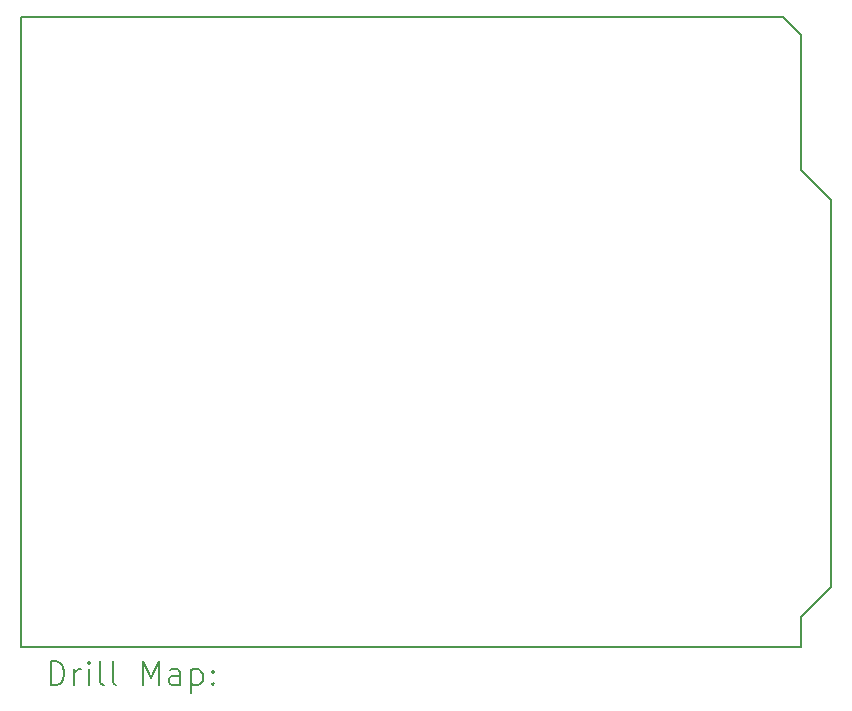
<source format=gbr>
%FSLAX45Y45*%
G04 Gerber Fmt 4.5, Leading zero omitted, Abs format (unit mm)*
G04 Created by KiCad (PCBNEW 6.0.2-378541a8eb~116~ubuntu20.04.1) date 2022-02-14 16:32:25*
%MOMM*%
%LPD*%
G01*
G04 APERTURE LIST*
%TA.AperFunction,Profile*%
%ADD10C,0.150000*%
%TD*%
%ADD11C,0.200000*%
G04 APERTURE END LIST*
D10*
X17957800Y-8851900D02*
X17703800Y-8597900D01*
X17703800Y-12636500D02*
X17703800Y-12382500D01*
X17703800Y-7454900D02*
X17551400Y-7302500D01*
X17703800Y-12382500D02*
X17957800Y-12128500D01*
X11099800Y-7302500D02*
X11099800Y-12636500D01*
X17957800Y-12128500D02*
X17957800Y-8851900D01*
X11099800Y-12636500D02*
X17703800Y-12636500D01*
X17551400Y-7302500D02*
X11099800Y-7302500D01*
X17703800Y-8597900D02*
X17703800Y-7454900D01*
D11*
X11349919Y-12954476D02*
X11349919Y-12754476D01*
X11397538Y-12754476D01*
X11426109Y-12764000D01*
X11445157Y-12783048D01*
X11454681Y-12802095D01*
X11464205Y-12840190D01*
X11464205Y-12868762D01*
X11454681Y-12906857D01*
X11445157Y-12925905D01*
X11426109Y-12944952D01*
X11397538Y-12954476D01*
X11349919Y-12954476D01*
X11549919Y-12954476D02*
X11549919Y-12821143D01*
X11549919Y-12859238D02*
X11559443Y-12840190D01*
X11568967Y-12830667D01*
X11588014Y-12821143D01*
X11607062Y-12821143D01*
X11673728Y-12954476D02*
X11673728Y-12821143D01*
X11673728Y-12754476D02*
X11664205Y-12764000D01*
X11673728Y-12773524D01*
X11683252Y-12764000D01*
X11673728Y-12754476D01*
X11673728Y-12773524D01*
X11797538Y-12954476D02*
X11778490Y-12944952D01*
X11768967Y-12925905D01*
X11768967Y-12754476D01*
X11902300Y-12954476D02*
X11883252Y-12944952D01*
X11873728Y-12925905D01*
X11873728Y-12754476D01*
X12130871Y-12954476D02*
X12130871Y-12754476D01*
X12197538Y-12897333D01*
X12264205Y-12754476D01*
X12264205Y-12954476D01*
X12445157Y-12954476D02*
X12445157Y-12849714D01*
X12435633Y-12830667D01*
X12416586Y-12821143D01*
X12378490Y-12821143D01*
X12359443Y-12830667D01*
X12445157Y-12944952D02*
X12426109Y-12954476D01*
X12378490Y-12954476D01*
X12359443Y-12944952D01*
X12349919Y-12925905D01*
X12349919Y-12906857D01*
X12359443Y-12887809D01*
X12378490Y-12878286D01*
X12426109Y-12878286D01*
X12445157Y-12868762D01*
X12540395Y-12821143D02*
X12540395Y-13021143D01*
X12540395Y-12830667D02*
X12559443Y-12821143D01*
X12597538Y-12821143D01*
X12616586Y-12830667D01*
X12626109Y-12840190D01*
X12635633Y-12859238D01*
X12635633Y-12916381D01*
X12626109Y-12935428D01*
X12616586Y-12944952D01*
X12597538Y-12954476D01*
X12559443Y-12954476D01*
X12540395Y-12944952D01*
X12721348Y-12935428D02*
X12730871Y-12944952D01*
X12721348Y-12954476D01*
X12711824Y-12944952D01*
X12721348Y-12935428D01*
X12721348Y-12954476D01*
X12721348Y-12830667D02*
X12730871Y-12840190D01*
X12721348Y-12849714D01*
X12711824Y-12840190D01*
X12721348Y-12830667D01*
X12721348Y-12849714D01*
M02*

</source>
